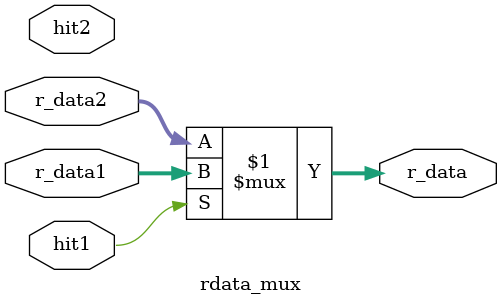
<source format=v>
module rdata_mux (
    input hit1, hit2,
    input [127:0] r_data1, r_data2,
    output [127:0] r_data
);
    assign r_data = hit1 ? r_data1 : r_data2;
    //hit1 = 0, hit2 = 0 -> r_data = r_data2
endmodule
</source>
